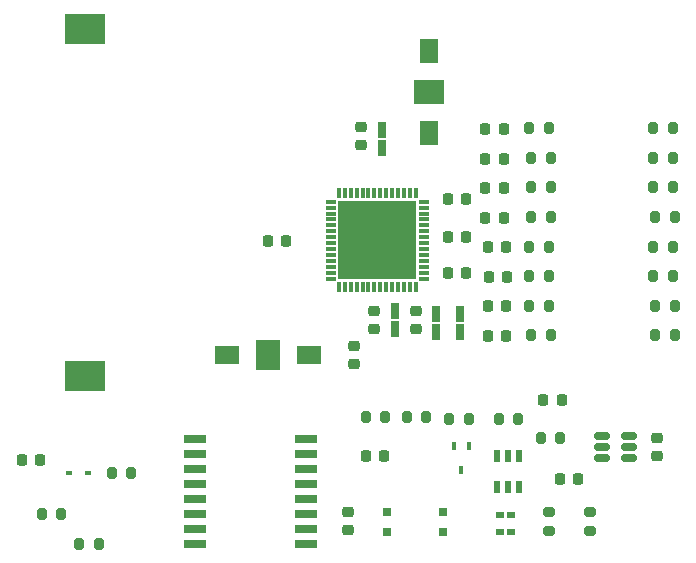
<source format=gbr>
G04 #@! TF.GenerationSoftware,KiCad,Pcbnew,(6.0.9)*
G04 #@! TF.CreationDate,2022-12-13T15:48:36+03:00*
G04 #@! TF.ProjectId,smuHAT,736d7548-4154-42e6-9b69-6361645f7063,2.2*
G04 #@! TF.SameCoordinates,Original*
G04 #@! TF.FileFunction,Paste,Top*
G04 #@! TF.FilePolarity,Positive*
%FSLAX46Y46*%
G04 Gerber Fmt 4.6, Leading zero omitted, Abs format (unit mm)*
G04 Created by KiCad (PCBNEW (6.0.9)) date 2022-12-13 15:48:36*
%MOMM*%
%LPD*%
G01*
G04 APERTURE LIST*
G04 Aperture macros list*
%AMRoundRect*
0 Rectangle with rounded corners*
0 $1 Rounding radius*
0 $2 $3 $4 $5 $6 $7 $8 $9 X,Y pos of 4 corners*
0 Add a 4 corners polygon primitive as box body*
4,1,4,$2,$3,$4,$5,$6,$7,$8,$9,$2,$3,0*
0 Add four circle primitives for the rounded corners*
1,1,$1+$1,$2,$3*
1,1,$1+$1,$4,$5*
1,1,$1+$1,$6,$7*
1,1,$1+$1,$8,$9*
0 Add four rect primitives between the rounded corners*
20,1,$1+$1,$2,$3,$4,$5,0*
20,1,$1+$1,$4,$5,$6,$7,0*
20,1,$1+$1,$6,$7,$8,$9,0*
20,1,$1+$1,$8,$9,$2,$3,0*%
G04 Aperture macros list end*
%ADD10R,0.550000X1.100000*%
%ADD11R,0.450000X0.700000*%
%ADD12RoundRect,0.200000X-0.275000X0.200000X-0.275000X-0.200000X0.275000X-0.200000X0.275000X0.200000X0*%
%ADD13RoundRect,0.225000X-0.225000X-0.250000X0.225000X-0.250000X0.225000X0.250000X-0.225000X0.250000X0*%
%ADD14RoundRect,0.225000X-0.250000X0.225000X-0.250000X-0.225000X0.250000X-0.225000X0.250000X0.225000X0*%
%ADD15R,0.850000X0.300000*%
%ADD16R,0.300000X0.850000*%
%ADD17R,6.700000X6.700000*%
%ADD18RoundRect,0.200000X-0.200000X-0.275000X0.200000X-0.275000X0.200000X0.275000X-0.200000X0.275000X0*%
%ADD19RoundRect,0.200000X0.200000X0.275000X-0.200000X0.275000X-0.200000X-0.275000X0.200000X-0.275000X0*%
%ADD20R,0.540000X0.420000*%
%ADD21RoundRect,0.225000X0.250000X-0.225000X0.250000X0.225000X-0.250000X0.225000X-0.250000X-0.225000X0*%
%ADD22R,2.000000X1.600000*%
%ADD23R,2.000000X2.600000*%
%ADD24R,3.500000X2.600000*%
%ADD25RoundRect,0.225000X0.225000X0.250000X-0.225000X0.250000X-0.225000X-0.250000X0.225000X-0.250000X0*%
%ADD26R,1.600000X2.000000*%
%ADD27R,2.600000X2.000000*%
%ADD28R,0.800000X0.750000*%
%ADD29RoundRect,0.150000X-0.512500X-0.150000X0.512500X-0.150000X0.512500X0.150000X-0.512500X0.150000X0*%
%ADD30R,0.700000X1.350000*%
%ADD31R,1.925000X0.650000*%
%ADD32R,0.700000X0.600000*%
G04 APERTURE END LIST*
D10*
X162118000Y-120650000D03*
X163068000Y-120650000D03*
X164018000Y-120650000D03*
X164018000Y-118050000D03*
X163068000Y-118050000D03*
X162118000Y-118050000D03*
D11*
X159750000Y-117175000D03*
X158450000Y-117175000D03*
X159100000Y-119175000D03*
D12*
X170000000Y-122750000D03*
X170000000Y-124400000D03*
D13*
X158000000Y-96250000D03*
X159550000Y-96250000D03*
D14*
X155250000Y-105750000D03*
X155250000Y-107300000D03*
D15*
X148050000Y-96500000D03*
X148050000Y-97000000D03*
X148050000Y-97500000D03*
X148050000Y-98000000D03*
X148050000Y-98500000D03*
X148050000Y-99000000D03*
X148050000Y-99500000D03*
X148050000Y-100000000D03*
X148050000Y-100500000D03*
X148050000Y-101000000D03*
X148050000Y-101500000D03*
X148050000Y-102000000D03*
X148050000Y-102500000D03*
X148050000Y-103000000D03*
D16*
X148750000Y-103700000D03*
X149250000Y-103700000D03*
X149750000Y-103700000D03*
X150250000Y-103700000D03*
X150750000Y-103700000D03*
X151250000Y-103700000D03*
X151750000Y-103700000D03*
X152250000Y-103700000D03*
X152750000Y-103700000D03*
X153250000Y-103700000D03*
X153750000Y-103700000D03*
X154250000Y-103700000D03*
X154750000Y-103700000D03*
X155250000Y-103700000D03*
D15*
X155950000Y-103000000D03*
X155950000Y-102500000D03*
X155950000Y-102000000D03*
X155950000Y-101500000D03*
X155950000Y-101000000D03*
X155950000Y-100500000D03*
X155950000Y-100000000D03*
X155950000Y-99500000D03*
X155950000Y-99000000D03*
X155950000Y-98500000D03*
X155950000Y-98000000D03*
X155950000Y-97500000D03*
X155950000Y-97000000D03*
X155950000Y-96500000D03*
D16*
X155250000Y-95800000D03*
X154750000Y-95800000D03*
X154250000Y-95800000D03*
X153750000Y-95800000D03*
X153250000Y-95800000D03*
X152750000Y-95800000D03*
X152250000Y-95800000D03*
X151750000Y-95800000D03*
X151250000Y-95800000D03*
X150750000Y-95800000D03*
X150250000Y-95800000D03*
X149750000Y-95800000D03*
X149250000Y-95800000D03*
X148750000Y-95800000D03*
D17*
X152000000Y-99750000D03*
D18*
X175350000Y-95290000D03*
X177000000Y-95290000D03*
D19*
X166500000Y-90290000D03*
X164850000Y-90290000D03*
D20*
X125900000Y-119500000D03*
X127500000Y-119500000D03*
D21*
X150622000Y-91694000D03*
X150622000Y-90144000D03*
D19*
X166500000Y-102790000D03*
X164850000Y-102790000D03*
D22*
X139298000Y-109474000D03*
D23*
X142748000Y-109474000D03*
D22*
X146198000Y-109474000D03*
D19*
X152650000Y-114750000D03*
X151000000Y-114750000D03*
D24*
X127254000Y-111252000D03*
X127254000Y-81852000D03*
D19*
X166675000Y-95290000D03*
X165025000Y-95290000D03*
D18*
X175525000Y-107790000D03*
X177175000Y-107790000D03*
D19*
X166500000Y-105290000D03*
X164850000Y-105290000D03*
D14*
X175666400Y-116509200D03*
X175666400Y-118059200D03*
D25*
X162925000Y-107840000D03*
X161375000Y-107840000D03*
X162700000Y-90340000D03*
X161150000Y-90340000D03*
D13*
X157950000Y-99500000D03*
X159500000Y-99500000D03*
D26*
X156362400Y-83769200D03*
D27*
X156362400Y-87219200D03*
D26*
X156362400Y-90669200D03*
D18*
X165850000Y-116500000D03*
X167500000Y-116500000D03*
D28*
X157600000Y-124425000D03*
X157600000Y-122775000D03*
D18*
X175350000Y-92790000D03*
X177000000Y-92790000D03*
X175525000Y-105290000D03*
X177175000Y-105290000D03*
X175350000Y-102790000D03*
X177000000Y-102790000D03*
D29*
X171003800Y-116311600D03*
X171003800Y-117261600D03*
X171003800Y-118211600D03*
X173278800Y-118211600D03*
X173278800Y-117261600D03*
X173278800Y-116311600D03*
D30*
X153500000Y-105750000D03*
X153500000Y-107250000D03*
D28*
X152850000Y-124425000D03*
X152850000Y-122775000D03*
D13*
X121907000Y-118364000D03*
X123457000Y-118364000D03*
D19*
X131150000Y-119500000D03*
X129500000Y-119500000D03*
D31*
X136538000Y-125445000D03*
X136538000Y-124175000D03*
X136538000Y-122905000D03*
X136538000Y-121635000D03*
X136538000Y-120365000D03*
X136538000Y-119095000D03*
X136538000Y-117825000D03*
X136538000Y-116555000D03*
X145962000Y-116555000D03*
X145962000Y-117825000D03*
X145962000Y-119095000D03*
X145962000Y-120365000D03*
X145962000Y-121635000D03*
X145962000Y-122905000D03*
X145962000Y-124175000D03*
X145962000Y-125445000D03*
D18*
X158100000Y-114925000D03*
X159750000Y-114925000D03*
X175350000Y-100290000D03*
X177000000Y-100290000D03*
D13*
X151000000Y-118000000D03*
X152550000Y-118000000D03*
X158000000Y-102500000D03*
X159550000Y-102500000D03*
D25*
X162700000Y-95340000D03*
X161150000Y-95340000D03*
D18*
X175350000Y-90290000D03*
X177000000Y-90290000D03*
D30*
X152400000Y-91924000D03*
X152400000Y-90424000D03*
D18*
X123572000Y-122936000D03*
X125222000Y-122936000D03*
D30*
X157000000Y-106000000D03*
X157000000Y-107500000D03*
D14*
X151750000Y-105750000D03*
X151750000Y-107300000D03*
D18*
X162275000Y-114925000D03*
X163925000Y-114925000D03*
D25*
X167600000Y-113250000D03*
X166050000Y-113250000D03*
X162700000Y-97840000D03*
X161150000Y-97840000D03*
D21*
X149500000Y-124300000D03*
X149500000Y-122750000D03*
D25*
X162975000Y-102840000D03*
X161425000Y-102840000D03*
X162925000Y-105340000D03*
X161375000Y-105340000D03*
D14*
X149987000Y-108686000D03*
X149987000Y-110236000D03*
D25*
X162700000Y-92840000D03*
X161150000Y-92840000D03*
D18*
X175525000Y-97790000D03*
X177175000Y-97790000D03*
X126746000Y-125476000D03*
X128396000Y-125476000D03*
D25*
X162925000Y-100340000D03*
X161375000Y-100340000D03*
D13*
X167450000Y-120000000D03*
X169000000Y-120000000D03*
D32*
X162350000Y-123025000D03*
X163350000Y-123025000D03*
X163350000Y-124425000D03*
X162350000Y-124425000D03*
D19*
X166675000Y-107790000D03*
X165025000Y-107790000D03*
D12*
X166500000Y-122750000D03*
X166500000Y-124400000D03*
D18*
X154500000Y-114750000D03*
X156150000Y-114750000D03*
D30*
X159000000Y-106000000D03*
X159000000Y-107500000D03*
D19*
X166675000Y-97790000D03*
X165025000Y-97790000D03*
X166675000Y-92790000D03*
X165025000Y-92790000D03*
D25*
X144298000Y-99822000D03*
X142748000Y-99822000D03*
D19*
X166500000Y-100290000D03*
X164850000Y-100290000D03*
M02*

</source>
